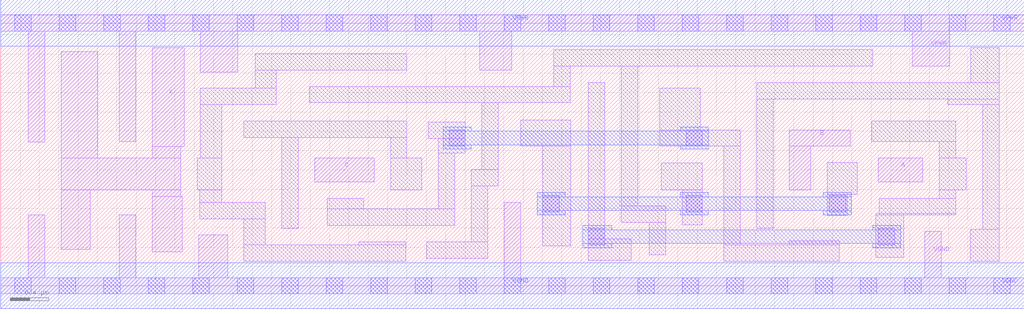
<source format=lef>
# Copyright 2020 The SkyWater PDK Authors
#
# Licensed under the Apache License, Version 2.0 (the "License");
# you may not use this file except in compliance with the License.
# You may obtain a copy of the License at
#
#     https://www.apache.org/licenses/LICENSE-2.0
#
# Unless required by applicable law or agreed to in writing, software
# distributed under the License is distributed on an "AS IS" BASIS,
# WITHOUT WARRANTIES OR CONDITIONS OF ANY KIND, either express or implied.
# See the License for the specific language governing permissions and
# limitations under the License.
#
# SPDX-License-Identifier: Apache-2.0

VERSION 5.7 ;
  NAMESCASESENSITIVE ON ;
  NOWIREEXTENSIONATPIN ON ;
  DIVIDERCHAR "/" ;
  BUSBITCHARS "[]" ;
UNITS
  DATABASE MICRONS 200 ;
END UNITS
PROPERTYDEFINITIONS
  MACRO maskLayoutSubType STRING ;
  MACRO prCellType STRING ;
  MACRO originalViewName STRING ;
END PROPERTYDEFINITIONS
MACRO sky130_fd_sc_hdll__xnor3_4
  CLASS CORE ;
  FOREIGN sky130_fd_sc_hdll__xnor3_4 ;
  ORIGIN  0.000000  0.000000 ;
  SIZE  10.58000 BY  2.720000 ;
  SYMMETRY X Y R90 ;
  SITE unithd ;
  PIN A
    ANTENNAGATEAREA  0.276000 ;
    DIRECTION INPUT ;
    USE SIGNAL ;
    PORT
      LAYER li1 ;
        RECT 9.075000 1.075000 9.535000 1.325000 ;
    END
  END A
  PIN B
    ANTENNAGATEAREA  0.735900 ;
    DIRECTION INPUT ;
    USE SIGNAL ;
    PORT
      LAYER li1 ;
        RECT 8.155000 0.995000 8.375000 1.445000 ;
        RECT 8.155000 1.445000 8.785000 1.615000 ;
    END
  END B
  PIN C
    ANTENNAGATEAREA  0.425400 ;
    DIRECTION INPUT ;
    USE SIGNAL ;
    PORT
      LAYER li1 ;
        RECT 3.245000 1.075000 3.860000 1.325000 ;
    END
  END C
  PIN VGND
    ANTENNADIFFAREA  1.074800 ;
    DIRECTION INOUT ;
    USE SIGNAL ;
    PORT
      LAYER li1 ;
        RECT 0.000000 -0.085000 10.580000 0.085000 ;
        RECT 0.285000  0.085000  0.455000 0.735000 ;
        RECT 1.225000  0.085000  1.395000 0.735000 ;
        RECT 2.045000  0.085000  2.345000 0.525000 ;
        RECT 5.205000  0.085000  5.375000 0.865000 ;
        RECT 9.555000  0.085000  9.725000 0.565000 ;
      LAYER mcon ;
        RECT  0.145000 -0.085000  0.315000 0.085000 ;
        RECT  0.605000 -0.085000  0.775000 0.085000 ;
        RECT  1.065000 -0.085000  1.235000 0.085000 ;
        RECT  1.525000 -0.085000  1.695000 0.085000 ;
        RECT  1.985000 -0.085000  2.155000 0.085000 ;
        RECT  2.445000 -0.085000  2.615000 0.085000 ;
        RECT  2.905000 -0.085000  3.075000 0.085000 ;
        RECT  3.365000 -0.085000  3.535000 0.085000 ;
        RECT  3.825000 -0.085000  3.995000 0.085000 ;
        RECT  4.285000 -0.085000  4.455000 0.085000 ;
        RECT  4.745000 -0.085000  4.915000 0.085000 ;
        RECT  5.205000 -0.085000  5.375000 0.085000 ;
        RECT  5.665000 -0.085000  5.835000 0.085000 ;
        RECT  6.125000 -0.085000  6.295000 0.085000 ;
        RECT  6.585000 -0.085000  6.755000 0.085000 ;
        RECT  7.045000 -0.085000  7.215000 0.085000 ;
        RECT  7.505000 -0.085000  7.675000 0.085000 ;
        RECT  7.965000 -0.085000  8.135000 0.085000 ;
        RECT  8.425000 -0.085000  8.595000 0.085000 ;
        RECT  8.885000 -0.085000  9.055000 0.085000 ;
        RECT  9.345000 -0.085000  9.515000 0.085000 ;
        RECT  9.805000 -0.085000  9.975000 0.085000 ;
        RECT 10.265000 -0.085000 10.435000 0.085000 ;
      LAYER met1 ;
        RECT 0.000000 -0.240000 10.580000 0.240000 ;
    END
  END VGND
  PIN VPWR
    ANTENNADIFFAREA  1.500950 ;
    DIRECTION INOUT ;
    USE SIGNAL ;
    PORT
      LAYER li1 ;
        RECT 0.000000 2.635000 10.580000 2.805000 ;
        RECT 0.285000 1.490000  0.455000 2.635000 ;
        RECT 1.225000 1.495000  1.395000 2.635000 ;
        RECT 2.065000 2.215000  2.450000 2.635000 ;
        RECT 4.955000 2.235000  5.285000 2.635000 ;
        RECT 9.425000 2.275000  9.810000 2.635000 ;
      LAYER mcon ;
        RECT  0.145000 2.635000  0.315000 2.805000 ;
        RECT  0.605000 2.635000  0.775000 2.805000 ;
        RECT  1.065000 2.635000  1.235000 2.805000 ;
        RECT  1.525000 2.635000  1.695000 2.805000 ;
        RECT  1.985000 2.635000  2.155000 2.805000 ;
        RECT  2.445000 2.635000  2.615000 2.805000 ;
        RECT  2.905000 2.635000  3.075000 2.805000 ;
        RECT  3.365000 2.635000  3.535000 2.805000 ;
        RECT  3.825000 2.635000  3.995000 2.805000 ;
        RECT  4.285000 2.635000  4.455000 2.805000 ;
        RECT  4.745000 2.635000  4.915000 2.805000 ;
        RECT  5.205000 2.635000  5.375000 2.805000 ;
        RECT  5.665000 2.635000  5.835000 2.805000 ;
        RECT  6.125000 2.635000  6.295000 2.805000 ;
        RECT  6.585000 2.635000  6.755000 2.805000 ;
        RECT  7.045000 2.635000  7.215000 2.805000 ;
        RECT  7.505000 2.635000  7.675000 2.805000 ;
        RECT  7.965000 2.635000  8.135000 2.805000 ;
        RECT  8.425000 2.635000  8.595000 2.805000 ;
        RECT  8.885000 2.635000  9.055000 2.805000 ;
        RECT  9.345000 2.635000  9.515000 2.805000 ;
        RECT  9.805000 2.635000  9.975000 2.805000 ;
        RECT 10.265000 2.635000 10.435000 2.805000 ;
      LAYER met1 ;
        RECT 0.000000 2.480000 10.580000 2.960000 ;
    END
  END VPWR
  PIN X
    ANTENNADIFFAREA  0.996000 ;
    DIRECTION OUTPUT ;
    USE SIGNAL ;
    PORT
      LAYER li1 ;
        RECT 0.625000 0.375000 0.925000 0.995000 ;
        RECT 0.625000 0.995000 1.860000 1.325000 ;
        RECT 0.625000 1.325000 1.005000 2.425000 ;
        RECT 1.565000 0.350000 1.875000 0.925000 ;
        RECT 1.565000 0.925000 1.860000 0.995000 ;
        RECT 1.565000 1.325000 1.860000 1.440000 ;
        RECT 1.565000 1.440000 1.895000 2.465000 ;
    END
  END X
  OBS
    LAYER li1 ;
      RECT  2.030000 0.995000  2.285000 1.325000 ;
      RECT  2.060000 0.695000  2.735000 0.865000 ;
      RECT  2.060000 0.865000  2.285000 0.995000 ;
      RECT  2.065000 1.325000  2.285000 1.875000 ;
      RECT  2.065000 1.875000  2.850000 2.045000 ;
      RECT  2.515000 0.255000  4.185000 0.425000 ;
      RECT  2.515000 0.425000  2.735000 0.695000 ;
      RECT  2.515000 1.535000  4.200000 1.705000 ;
      RECT  2.630000 2.045000  2.850000 2.235000 ;
      RECT  2.630000 2.235000  4.200000 2.405000 ;
      RECT  2.905000 0.595000  3.075000 1.535000 ;
      RECT  3.190000 1.895000  5.890000 2.065000 ;
      RECT  3.375000 0.625000  4.695000 0.795000 ;
      RECT  3.375000 0.795000  3.755000 0.905000 ;
      RECT  3.700000 0.425000  4.185000 0.455000 ;
      RECT  4.030000 0.995000  4.355000 1.325000 ;
      RECT  4.030000 1.325000  4.200000 1.535000 ;
      RECT  4.405000 0.285000  5.035000 0.455000 ;
      RECT  4.420000 1.525000  4.805000 1.695000 ;
      RECT  4.525000 0.795000  4.695000 1.375000 ;
      RECT  4.525000 1.375000  4.805000 1.525000 ;
      RECT  4.865000 0.455000  5.035000 1.035000 ;
      RECT  4.865000 1.035000  5.145000 1.205000 ;
      RECT  4.975000 1.205000  5.145000 1.895000 ;
      RECT  5.375000 1.445000  5.895000 1.715000 ;
      RECT  5.605000 0.415000  5.895000 1.445000 ;
      RECT  5.720000 2.065000  5.890000 2.275000 ;
      RECT  5.720000 2.275000  9.015000 2.445000 ;
      RECT  6.075000 0.265000  6.520000 0.485000 ;
      RECT  6.075000 0.485000  6.245000 2.105000 ;
      RECT  6.415000 0.655000  6.875000 0.825000 ;
      RECT  6.415000 0.825000  6.585000 2.275000 ;
      RECT  6.705000 0.320000  6.875000 0.655000 ;
      RECT  6.815000 1.445000  7.645000 1.615000 ;
      RECT  6.815000 1.615000  7.230000 2.045000 ;
      RECT  6.830000 0.995000  7.255000 1.270000 ;
      RECT  7.045000 0.630000  7.255000 0.995000 ;
      RECT  7.475000 0.255000  8.670000 0.425000 ;
      RECT  7.475000 0.425000  7.645000 1.445000 ;
      RECT  7.815000 0.595000  7.985000 1.935000 ;
      RECT  7.815000 1.935000 10.325000 2.105000 ;
      RECT  8.155000 0.425000  8.670000 0.465000 ;
      RECT  8.545000 0.730000  8.750000 0.945000 ;
      RECT  8.545000 0.945000  8.855000 1.275000 ;
      RECT  9.005000 1.495000  9.875000 1.705000 ;
      RECT  9.045000 0.295000  9.335000 0.735000 ;
      RECT  9.045000 0.735000  9.875000 0.750000 ;
      RECT  9.085000 0.750000  9.875000 0.905000 ;
      RECT  9.705000 0.905000  9.875000 0.995000 ;
      RECT  9.705000 0.995000  9.985000 1.325000 ;
      RECT  9.705000 1.325000  9.875000 1.495000 ;
      RECT  9.790000 1.875000 10.325000 1.935000 ;
      RECT 10.025000 0.255000 10.325000 0.585000 ;
      RECT 10.030000 2.105000 10.325000 2.465000 ;
      RECT 10.155000 0.585000 10.325000 1.875000 ;
    LAYER mcon ;
      RECT 4.635000 1.445000 4.805000 1.615000 ;
      RECT 5.605000 0.765000 5.775000 0.935000 ;
      RECT 6.075000 0.425000 6.245000 0.595000 ;
      RECT 7.085000 0.765000 7.255000 0.935000 ;
      RECT 7.085000 1.445000 7.255000 1.615000 ;
      RECT 8.565000 0.765000 8.735000 0.935000 ;
      RECT 9.075000 0.425000 9.245000 0.595000 ;
    LAYER met1 ;
      RECT 4.575000 1.415000 4.865000 1.460000 ;
      RECT 4.575000 1.460000 7.315000 1.600000 ;
      RECT 4.575000 1.600000 4.865000 1.645000 ;
      RECT 5.545000 0.735000 5.835000 0.780000 ;
      RECT 5.545000 0.780000 8.795000 0.920000 ;
      RECT 5.545000 0.920000 5.835000 0.965000 ;
      RECT 6.015000 0.395000 6.315000 0.440000 ;
      RECT 6.015000 0.440000 9.305000 0.580000 ;
      RECT 6.015000 0.580000 6.315000 0.625000 ;
      RECT 7.025000 0.735000 7.315000 0.780000 ;
      RECT 7.025000 0.920000 7.315000 0.965000 ;
      RECT 7.025000 1.415000 7.315000 1.460000 ;
      RECT 7.025000 1.600000 7.315000 1.645000 ;
      RECT 8.505000 0.735000 8.795000 0.780000 ;
      RECT 8.505000 0.920000 8.795000 0.965000 ;
      RECT 9.015000 0.395000 9.305000 0.440000 ;
      RECT 9.015000 0.580000 9.305000 0.625000 ;
  END
  PROPERTY maskLayoutSubType "abstract" ;
  PROPERTY prCellType "standard" ;
  PROPERTY originalViewName "layout" ;
END sky130_fd_sc_hdll__xnor3_4

</source>
